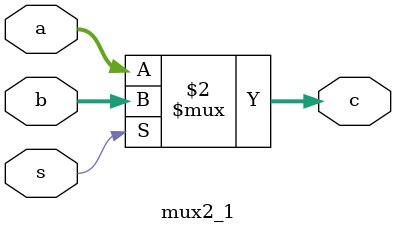
<source format=sv>
module mux2_1(
  input  logic [31:0] a, 
  input  logic [31:0] b,
  input  logic        s,
  output logic [31:0] c
);

  assign c = (~s) ? a : b;

endmodule : mux2_1

</source>
